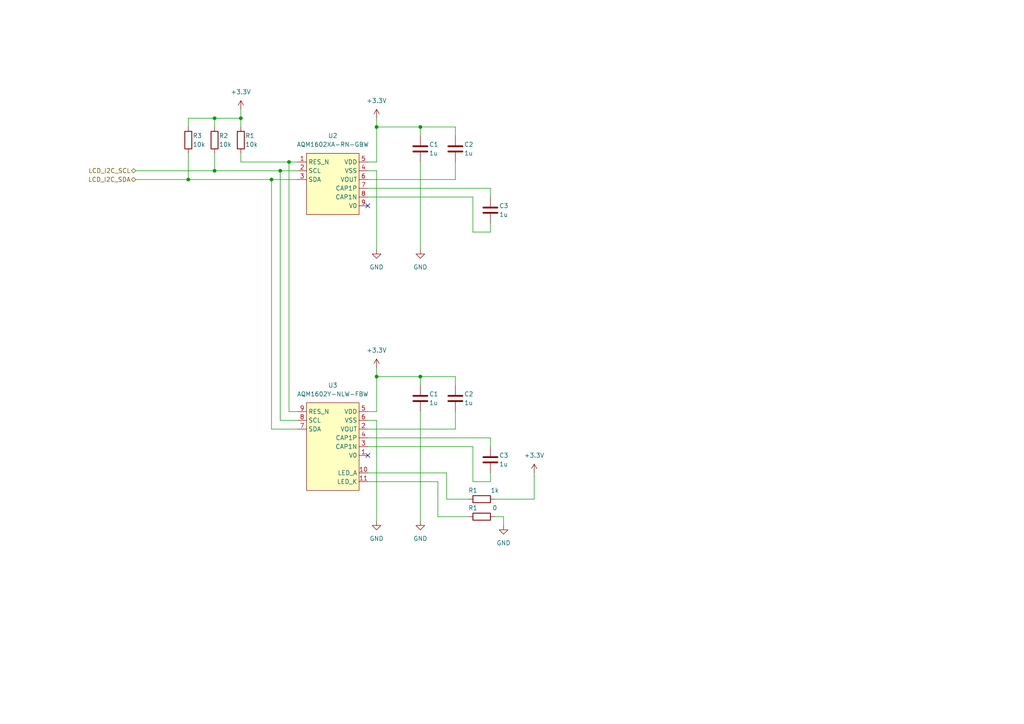
<source format=kicad_sch>
(kicad_sch (version 20230121) (generator eeschema)
  (paper "A4")
  (lib_symbols
    (symbol "AQM1602:AQM1602XA-RN-GBW"
      (property "Reference" "U" (at 0 1.27 0))
      (property "Value" "AQM1602XA-RN-GBW" (at 0 -19.05 0))
      (symbol "AQM1602XA-RN-GBW_1_1"
        (rectangle (start -7.62 0) (end 7.62 -17.78) (fill (type background)))
        (pin input line (at -10.16 -2.54 0) (length 2.54) (name "RES_N") (number "1"))
        (pin bidirectional line (at -10.16 -5.08 0) (length 2.54) (name "SCL") (number "2"))
        (pin bidirectional line (at -10.16 -7.62 0) (length 2.54) (name "SDA") (number "3"))
        (pin power_in line (at 10.16 -5.08 180) (length 2.54) (name "VSS") (number "4"))
        (pin power_in line (at 10.16 -2.54 180) (length 2.54) (name "VDD") (number "5"))
        (pin passive line (at 10.16 -7.62 180) (length 2.54) (name "VOUT") (number "6"))
        (pin passive line (at 10.16 -10.16 180) (length 2.54) (name "CAP1P") (number "7"))
        (pin passive line (at 10.16 -12.7 180) (length 2.54) (name "CAP1N") (number "8"))
        (pin passive line (at 10.16 -15.24 180) (length 2.54) (name "V0") (number "9"))
      )
    )
    (symbol "AQM1602:AQM1602Y-NLW-FBW"
      (property "Reference" "U" (at 0 1.27 0))
      (property "Value" "AQM1602Y-NLW-FBW" (at 0 -26.67 0))
      (symbol "AQM1602Y-NLW-FBW_1_1"
        (rectangle (start -7.62 0) (end 7.62 -25.4) (fill (type background)))
        (pin passive line (at 10.16 -15.24 180) (length 2.54) (name "V0") (number "1"))
        (pin passive line (at 10.16 -20.32 180) (length 2.54) (name "LED_A") (number "10"))
        (pin passive line (at 10.16 -22.86 180) (length 2.54) (name "LED_K") (number "11"))
        (pin passive line (at 10.16 -7.62 180) (length 2.54) (name "VOUT") (number "2"))
        (pin passive line (at 10.16 -12.7 180) (length 2.54) (name "CAP1N") (number "3"))
        (pin passive line (at 10.16 -10.16 180) (length 2.54) (name "CAP1P") (number "4"))
        (pin power_in line (at 10.16 -2.54 180) (length 2.54) (name "VDD") (number "5"))
        (pin power_in line (at 10.16 -5.08 180) (length 2.54) (name "VSS") (number "6"))
        (pin bidirectional line (at -10.16 -7.62 0) (length 2.54) (name "SDA") (number "7"))
        (pin bidirectional line (at -10.16 -5.08 0) (length 2.54) (name "SCL") (number "8"))
        (pin input line (at -10.16 -2.54 0) (length 2.54) (name "RES_N") (number "9"))
      )
    )
    (symbol "Device:C" (pin_numbers hide) (pin_names (offset 0.254))
      (property "Reference" "C" (at 0.635 2.54 0))
      (property "Value" "C" (at 0.635 -2.54 0))
      (symbol "C_0_1"
        (polyline (pts (xy -2.032 -0.762) (xy 2.032 -0.762)) (stroke (width 0.508)))
        (polyline (pts (xy -2.032 0.762) (xy 2.032 0.762)) (stroke (width 0.508)))
      )
      (symbol "C_1_1"
        (pin passive line (at 0 3.81 270) (length 2.794) (name "~") (number "1"))
        (pin passive line (at 0 -3.81 90) (length 2.794) (name "~") (number "2"))
      )
    )
    (symbol "Device:R" (pin_numbers hide) (pin_names (offset 0))
      (property "Reference" "R" (at 2.032 0 90))
      (property "Value" "R" (at 0 0 90))
      (symbol "R_0_1"
        (rectangle (start -1.016 -2.54) (end 1.016 2.54) (stroke (width 0.254)))
      )
      (symbol "R_1_1"
        (pin passive line (at 0 3.81 270) (length 1.27) (name "~") (number "1"))
        (pin passive line (at 0 -3.81 90) (length 1.27) (name "~") (number "2"))
      )
    )
    (symbol "power:+3.3V" (power) (pin_names (offset 0))
      (property "Value" "+3.3V" (at 0 3.556 0))
      (symbol "+3.3V_0_1"
        (polyline (pts (xy -0.762 1.27) (xy 0 2.54)))
        (polyline (pts (xy 0 0) (xy 0 2.54)))
        (polyline (pts (xy 0 2.54) (xy 0.762 1.27)))
      )
      (symbol "+3.3V_1_1"
        (pin power_in line (at 0 0 90) (length 0) hide (name "+3.3V") (number "1"))
      )
    )
    (symbol "power:GND" (power) (pin_names (offset 0))
      (property "Value" "GND" (at 0 -3.81 0))
      (symbol "GND_0_1"
        (polyline (pts (xy 0 0) (xy 0 -1.27) (xy 1.27 -1.27) (xy 0 -2.54) (xy -1.27 -1.27) (xy 0 -1.27)))
      )
      (symbol "GND_1_1"
        (pin power_in line (at 0 0 270) (length 0) hide (name "GND") (number "1"))
      )
    )
  )
  (junction (at 81.28 49.53))
  (junction (at 69.85 34.29))
  (junction (at 78.74 52.07))
  (junction (at 54.61 52.07))
  (junction (at 121.92 36.83))
  (junction (at 109.22 36.83))
  (junction (at 83.82 46.99))
  (junction (at 109.22 109.22))
  (junction (at 62.23 34.29))
  (junction (at 121.92 109.22))
  (junction (at 62.23 49.53))
  (no_connect (at 106.68 59.69))
  (no_connect (at 106.68 132.08))
  (wire (pts (xy 106.68 54.61) (xy 142.24 54.61)))
  (wire (pts (xy 106.68 57.15) (xy 137.16 57.15)))
  (wire (pts (xy 137.16 129.54) (xy 137.16 139.7)))
  (wire (pts (xy 129.54 137.16) (xy 129.54 144.78)))
  (wire (pts (xy 132.08 36.83) (xy 132.08 39.37)))
  (wire (pts (xy 106.68 46.99) (xy 109.22 46.99)))
  (wire (pts (xy 106.68 127) (xy 142.24 127)))
  (wire (pts (xy 143.51 149.86) (xy 146.05 149.86)))
  (wire (pts (xy 106.68 49.53) (xy 109.22 49.53)))
  (wire (pts (xy 142.24 67.31) (xy 142.24 64.77)))
  (wire (pts (xy 81.28 49.53) (xy 81.28 121.92)))
  (wire (pts (xy 109.22 36.83) (xy 109.22 46.99)))
  (wire (pts (xy 83.82 46.99) (xy 86.36 46.99)))
  (wire (pts (xy 127 139.7) (xy 127 149.86)))
  (wire (pts (xy 142.24 127) (xy 142.24 129.54)))
  (wire (pts (xy 78.74 52.07) (xy 78.74 124.46)))
  (wire (pts (xy 69.85 44.45) (xy 69.85 46.99)))
  (wire (pts (xy 121.92 111.76) (xy 121.92 109.22)))
  (wire (pts (xy 39.37 52.07) (xy 54.61 52.07)))
  (wire (pts (xy 109.22 121.92) (xy 109.22 151.13)))
  (wire (pts (xy 69.85 31.75) (xy 69.85 34.29)))
  (wire (pts (xy 106.68 52.07) (xy 132.08 52.07)))
  (wire (pts (xy 121.92 36.83) (xy 132.08 36.83)))
  (wire (pts (xy 106.68 121.92) (xy 109.22 121.92)))
  (wire (pts (xy 83.82 46.99) (xy 83.82 119.38)))
  (wire (pts (xy 109.22 109.22) (xy 109.22 106.68)))
  (wire (pts (xy 121.92 39.37) (xy 121.92 36.83)))
  (wire (pts (xy 137.16 139.7) (xy 142.24 139.7)))
  (wire (pts (xy 143.51 144.78) (xy 154.94 144.78)))
  (wire (pts (xy 132.08 46.99) (xy 132.08 52.07)))
  (wire (pts (xy 106.68 129.54) (xy 137.16 129.54)))
  (wire (pts (xy 106.68 137.16) (xy 129.54 137.16)))
  (wire (pts (xy 54.61 36.83) (xy 54.61 34.29)))
  (wire (pts (xy 86.36 49.53) (xy 81.28 49.53)))
  (wire (pts (xy 121.92 36.83) (xy 109.22 36.83)))
  (wire (pts (xy 106.68 139.7) (xy 127 139.7)))
  (wire (pts (xy 106.68 124.46) (xy 132.08 124.46)))
  (wire (pts (xy 69.85 46.99) (xy 83.82 46.99)))
  (wire (pts (xy 121.92 109.22) (xy 109.22 109.22)))
  (wire (pts (xy 54.61 34.29) (xy 62.23 34.29)))
  (wire (pts (xy 62.23 49.53) (xy 62.23 44.45)))
  (wire (pts (xy 109.22 49.53) (xy 109.22 72.39)))
  (wire (pts (xy 142.24 139.7) (xy 142.24 137.16)))
  (wire (pts (xy 86.36 52.07) (xy 78.74 52.07)))
  (wire (pts (xy 81.28 49.53) (xy 62.23 49.53)))
  (wire (pts (xy 86.36 121.92) (xy 81.28 121.92)))
  (wire (pts (xy 132.08 109.22) (xy 132.08 111.76)))
  (wire (pts (xy 86.36 119.38) (xy 83.82 119.38)))
  (wire (pts (xy 69.85 34.29) (xy 69.85 36.83)))
  (wire (pts (xy 132.08 119.38) (xy 132.08 124.46)))
  (wire (pts (xy 106.68 119.38) (xy 109.22 119.38)))
  (wire (pts (xy 54.61 52.07) (xy 54.61 44.45)))
  (wire (pts (xy 142.24 54.61) (xy 142.24 57.15)))
  (wire (pts (xy 121.92 46.99) (xy 121.92 72.39)))
  (wire (pts (xy 137.16 67.31) (xy 142.24 67.31)))
  (wire (pts (xy 154.94 144.78) (xy 154.94 137.16)))
  (wire (pts (xy 62.23 34.29) (xy 62.23 36.83)))
  (wire (pts (xy 129.54 144.78) (xy 135.89 144.78)))
  (wire (pts (xy 39.37 49.53) (xy 62.23 49.53)))
  (wire (pts (xy 146.05 149.86) (xy 146.05 152.4)))
  (wire (pts (xy 109.22 109.22) (xy 109.22 119.38)))
  (wire (pts (xy 62.23 34.29) (xy 69.85 34.29)))
  (wire (pts (xy 109.22 36.83) (xy 109.22 34.29)))
  (wire (pts (xy 121.92 119.38) (xy 121.92 151.13)))
  (wire (pts (xy 121.92 109.22) (xy 132.08 109.22)))
  (wire (pts (xy 86.36 124.46) (xy 78.74 124.46)))
  (wire (pts (xy 78.74 52.07) (xy 54.61 52.07)))
  (wire (pts (xy 127 149.86) (xy 135.89 149.86)))
  (wire (pts (xy 137.16 57.15) (xy 137.16 67.31)))
  (hierarchical_label "LCD_I2C_SDA" (shape bidirectional) (at 39.37 52.07 180))
  (hierarchical_label "LCD_I2C_SCL" (shape bidirectional) (at 39.37 49.53 180))
  (symbol (lib_id "power:GND") (at 121.92 151.13 0) (unit 1)
    (property "Reference" "#PWR012" (effects hide))
    (property "Value" "GND" (at 121.92 156.21 0))
    (instances (project "double-action-keyboard" (path "" (reference "#PWR012") (unit 1)) (path "" (reference "#PWR016") (unit 1))) (project "choc-keyboard" (path "" (reference "#PWR028") (unit 1))))
  )
  (symbol (lib_id "AQM1602:AQM1602XA-RN-GBW") (at 96.52 44.45 0) (unit 1)
    (property "Reference" "U2" (at 96.52 39.37 0))
    (property "Value" "AQM1602XA-RN-GBW" (at 96.52 41.91 0))
    (property "Footprint" "AQM1602:AQM1602XA-RN-GBW" (effects hide))
    (instances (project "double-action-keyboard" (path "" (reference "U2") (unit 1)) (path "" (reference "U2") (unit 1))) (project "choc-keyboard" (path "" (reference "U3") (unit 1))))
  )
  (symbol (lib_id "power:GND") (at 109.22 72.39 0) (unit 1)
    (property "Reference" "#PWR010" (effects hide))
    (property "Value" "GND" (at 109.22 77.47 0))
    (instances (project "double-action-keyboard" (path "" (reference "#PWR010") (unit 1)) (path "" (reference "#PWR011") (unit 1))) (project "choc-keyboard" (path "" (reference "#PWR024") (unit 1))))
  )
  (symbol (lib_id "Device:R") (at 69.85 40.64 0) (unit 1)
    (property "Reference" "R1" (at 71.12 39.37 0) (effects (justify left)))
    (property "Value" "10k" (at 71.12 41.91 0) (effects (justify left)))
    (property "Footprint" "Resistor_SMD:R_0603_1608Metric_Pad0.98x0.95mm_HandSolder" (effects hide))
    (instances (project "double-action-keyboard" (path "" (reference "R1") (unit 1)) (path "" (reference "R3") (unit 1))) (project "choc-keyboard" (path "" (reference "R5") (unit 1))))
  )
  (symbol (lib_id "Device:R") (at 54.61 40.64 0) (unit 1)
    (property "Reference" "R3" (at 55.88 39.37 0) (effects (justify left)))
    (property "Value" "10k" (at 55.88 41.91 0) (effects (justify left)))
    (property "Footprint" "Resistor_SMD:R_0603_1608Metric_Pad0.98x0.95mm_HandSolder" (effects hide))
    (instances (project "double-action-keyboard" (path "" (reference "R3") (unit 1)) (path "" (reference "R1") (unit 1))) (project "choc-keyboard" (path "" (reference "R1") (unit 1))))
  )
  (symbol (lib_id "Device:R") (at 62.23 40.64 0) (unit 1)
    (property "Reference" "R2" (at 63.5 39.37 0) (effects (justify left)))
    (property "Value" "10k" (at 63.5 41.91 0) (effects (justify left)))
    (property "Footprint" "Resistor_SMD:R_0603_1608Metric_Pad0.98x0.95mm_HandSolder" (effects hide))
    (instances (project "double-action-keyboard" (path "" (reference "R2") (unit 1)) (path "" (reference "R2") (unit 1))) (project "choc-keyboard" (path "" (reference "R3") (unit 1))))
  )
  (symbol (lib_id "power:GND") (at 146.05 152.4 0) (unit 1)
    (property "Reference" "#PWR012" (effects hide))
    (property "Value" "GND" (at 146.05 157.48 0))
    (instances (project "double-action-keyboard" (path "" (reference "#PWR012") (unit 1)) (path "" (reference "#PWR018") (unit 1))) (project "choc-keyboard" (path "" (reference "#PWR029") (unit 1))))
  )
  (symbol (lib_id "Device:C") (at 142.24 133.35 0) (unit 1)
    (property "Reference" "C3" (at 144.78 132.08 0) (effects (justify left)))
    (property "Value" "1u" (at 144.78 134.62 0) (effects (justify left)))
    (property "Footprint" "Capacitor_SMD:C_0603_1608Metric_Pad1.08x0.95mm_HandSolder" (effects hide))
    (instances (project "double-action-keyboard" (path "" (reference "C3") (unit 1)) (path "" (reference "C6") (unit 1))) (project "choc-keyboard" (path "" (reference "C6") (unit 1))))
  )
  (symbol (lib_id "power:GND") (at 121.92 72.39 0) (unit 1)
    (property "Reference" "#PWR012" (effects hide))
    (property "Value" "GND" (at 121.92 77.47 0))
    (instances (project "double-action-keyboard" (path "" (reference "#PWR012") (unit 1)) (path "" (reference "#PWR012") (unit 1))) (project "choc-keyboard" (path "" (reference "#PWR027") (unit 1))))
  )
  (symbol (lib_id "Device:R") (at 139.7 149.86 90) (unit 1)
    (property "Reference" "R1" (at 137.16 147.32 90))
    (property "Value" "0" (at 143.51 147.32 90))
    (property "Footprint" "Resistor_SMD:R_0603_1608Metric_Pad0.98x0.95mm_HandSolder" (effects hide))
    (instances (project "double-action-keyboard" (path "" (reference "R1") (unit 1)) (path "" (reference "R8") (unit 1))) (project "choc-keyboard" (path "" (reference "R8") (unit 1))))
  )
  (symbol (lib_id "Device:C") (at 121.92 115.57 0) (unit 1)
    (property "Reference" "C1" (at 124.46 114.3 0) (effects (justify left)))
    (property "Value" "1u" (at 124.46 116.84 0) (effects (justify left)))
    (property "Footprint" "Capacitor_SMD:C_0603_1608Metric_Pad1.08x0.95mm_HandSolder" (effects hide))
    (instances (project "double-action-keyboard" (path "" (reference "C1") (unit 1)) (path "" (reference "C4") (unit 1))) (project "choc-keyboard" (path "" (reference "C2") (unit 1))))
  )
  (symbol (lib_id "power:+3.3V") (at 109.22 34.29 0) (unit 1)
    (property "Reference" "#PWR011" (effects hide))
    (property "Value" "+3.3V" (at 109.22 29.21 0))
    (instances (project "double-action-keyboard" (path "" (reference "#PWR011") (unit 1)) (path "" (reference "#PWR010") (unit 1))) (project "choc-keyboard" (path "" (reference "#PWR023") (unit 1))))
  )
  (symbol (lib_id "power:+3.3V") (at 69.85 31.75 0) (unit 1)
    (property "Reference" "#PWR09" (effects hide))
    (property "Value" "+3.3V" (at 69.85 26.67 0))
    (instances (project "double-action-keyboard" (path "" (reference "#PWR09") (unit 1)) (path "" (reference "#PWR09") (unit 1))) (project "choc-keyboard" (path "" (reference "#PWR021") (unit 1))))
  )
  (symbol (lib_id "AQM1602:AQM1602Y-NLW-FBW") (at 96.52 116.84 0) (unit 1)
    (property "Reference" "U3" (at 96.52 111.76 0))
    (property "Value" "AQM1602Y-NLW-FBW" (at 96.52 114.3 0))
    (property "Footprint" "AQM1602:AQM1602Y-NLW-FBW" (effects hide))
    (instances (project "double-action-keyboard" (path "" (reference "U3") (unit 1))) (project "choc-keyboard" (path "" (reference "U4") (unit 1))))
  )
  (symbol (lib_id "power:GND") (at 109.22 151.13 0) (unit 1)
    (property "Reference" "#PWR010" (effects hide))
    (property "Value" "GND" (at 109.22 156.21 0))
    (instances (project "double-action-keyboard" (path "" (reference "#PWR010") (unit 1)) (path "" (reference "#PWR015") (unit 1))) (project "choc-keyboard" (path "" (reference "#PWR026") (unit 1))))
  )
  (symbol (lib_id "power:+3.3V") (at 154.94 137.16 0) (unit 1)
    (property "Reference" "#PWR011" (effects hide))
    (property "Value" "+3.3V" (at 154.94 132.08 0))
    (instances (project "double-action-keyboard" (path "" (reference "#PWR011") (unit 1)) (path "" (reference "#PWR017") (unit 1))) (project "choc-keyboard" (path "" (reference "#PWR030") (unit 1))))
  )
  (symbol (lib_id "power:+3.3V") (at 109.22 106.68 0) (unit 1)
    (property "Reference" "#PWR011" (effects hide))
    (property "Value" "+3.3V" (at 109.22 101.6 0))
    (instances (project "double-action-keyboard" (path "" (reference "#PWR011") (unit 1)) (path "" (reference "#PWR014") (unit 1))) (project "choc-keyboard" (path "" (reference "#PWR025") (unit 1))))
  )
  (symbol (lib_id "Device:C") (at 132.08 43.18 0) (unit 1)
    (property "Reference" "C2" (at 134.62 41.91 0) (effects (justify left)))
    (property "Value" "1u" (at 134.62 44.45 0) (effects (justify left)))
    (property "Footprint" "Capacitor_SMD:C_0603_1608Metric_Pad1.08x0.95mm_HandSolder" (effects hide))
    (instances (project "double-action-keyboard" (path "" (reference "C2") (unit 1)) (path "" (reference "C2") (unit 1))) (project "choc-keyboard" (path "" (reference "C3") (unit 1))))
  )
  (symbol (lib_id "Device:C") (at 121.92 43.18 0) (unit 1)
    (property "Reference" "C1" (at 124.46 41.91 0) (effects (justify left)))
    (property "Value" "1u" (at 124.46 44.45 0) (effects (justify left)))
    (property "Footprint" "Capacitor_SMD:C_0603_1608Metric_Pad1.08x0.95mm_HandSolder" (effects hide))
  )
  (symbol (lib_id "Device:R") (at 139.7 144.78 90) (unit 1)
    (property "Reference" "R1" (at 137.16 142.24 90))
    (property "Value" "1k" (at 143.51 142.24 90))
    (property "Footprint" "Resistor_SMD:R_0603_1608Metric_Pad0.98x0.95mm_HandSolder" (effects hide))
    (instances (project "double-action-keyboard" (path "" (reference "R1") (unit 1)) (path "" (reference "R7") (unit 1))) (project "choc-keyboard" (path "" (reference "R7") (unit 1))))
  )
  (symbol (lib_id "Device:C") (at 132.08 115.57 0) (unit 1)
    (property "Reference" "C2" (at 134.62 114.3 0) (effects (justify left)))
    (property "Value" "1u" (at 134.62 116.84 0) (effects (justify left)))
    (property "Footprint" "Capacitor_SMD:C_0603_1608Metric_Pad1.08x0.95mm_HandSolder" (effects hide))
    (instances (project "double-action-keyboard" (path "" (reference "C2") (unit 1)) (path "" (reference "C5") (unit 1))) (project "choc-keyboard" (path "" (reference "C4") (unit 1))))
  )
  (symbol (lib_id "Device:C") (at 142.24 60.96 0) (unit 1)
    (property "Reference" "C3" (at 144.78 59.69 0) (effects (justify left)))
    (property "Value" "1u" (at 144.78 62.23 0) (effects (justify left)))
    (property "Footprint" "Capacitor_SMD:C_0603_1608Metric_Pad1.08x0.95mm_HandSolder" (effects hide))
    (instances (project "double-action-keyboard" (path "" (reference "C3") (unit 1)) (path "" (reference "C3") (unit 1))) (project "choc-keyboard" (path "" (reference "C5") (unit 1))))
  )
)
</source>
